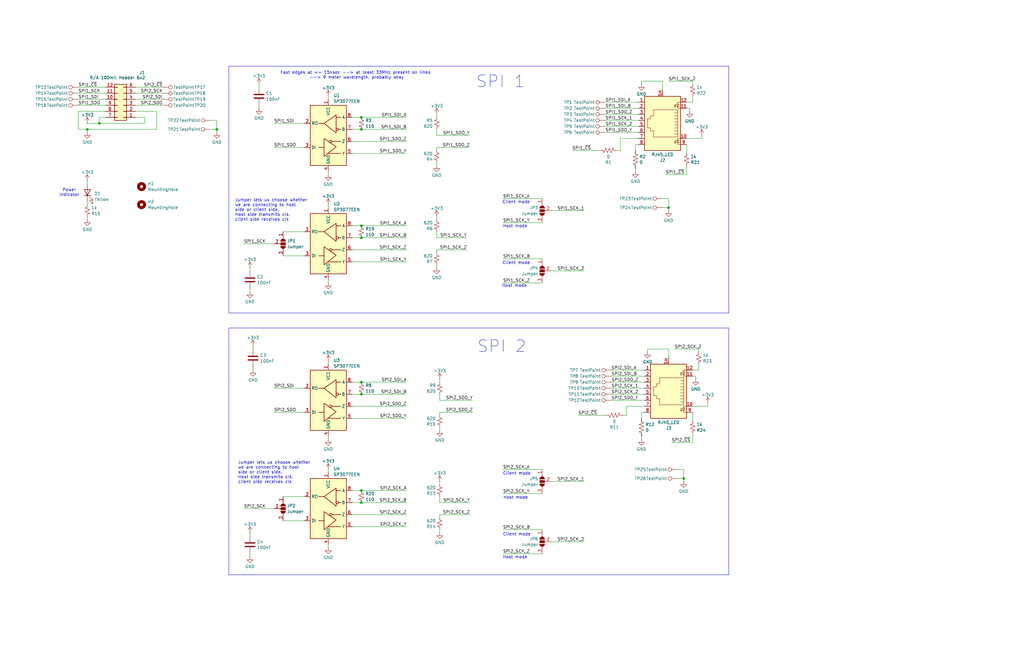
<source format=kicad_sch>
(kicad_sch (version 20231120) (generator "eeschema") (generator_version "8.0")
  (paper "B")
  (title_block (title "KASM Differential SPI Over Ethernet Board") (date "2024-07-16") (rev "1") (company "UC Observatories"))
  (lib_symbols
    (symbol "Connector:RJ45_LED_Shielded" (pin_names (offset 1.016))
      (property "Reference" "J" (at -5.08 13.97 0))
      (property "Value" "RJ45_LED_Shielded" (at 1.27 13.97 0))
      (symbol "RJ45_LED_Shielded_1_1"
        (pin passive line (at 10.16 -7.62 180) (length 2.54) (name "~") (number "1"))
        (pin passive line (at -10.16 7.62 0) (length 2.54) (name "~") (number "10"))
        (pin passive line (at -10.16 -5.08 0) (length 2.54) (name "~") (number "11"))
        (pin passive line (at -10.16 -7.62 0) (length 2.54) (name "~") (number "12"))
        (pin passive line (at 10.16 -5.08 180) (length 2.54) (name "~") (number "2"))
        (pin passive line (at 10.16 -2.54 180) (length 2.54) (name "~") (number "3"))
        (pin passive line (at 10.16 0 180) (length 2.54) (name "~") (number "4"))
        (pin passive line (at 10.16 2.54 180) (length 2.54) (name "~") (number "5"))
        (pin passive line (at 10.16 5.08 180) (length 2.54) (name "~") (number "6"))
        (pin passive line (at 10.16 7.62 180) (length 2.54) (name "~") (number "7"))
        (pin passive line (at 10.16 10.16 180) (length 2.54) (name "~") (number "8"))
        (pin passive line (at -10.16 10.16 0) (length 2.54) (name "~") (number "9"))
        (pin passive line (at 0 -12.7 90) (length 2.54) (name "~") (number "SH"))
      )
    )
    (symbol "Connector:TestPoint" (pin_numbers hide) (pin_names (offset 0.762) hide)
      (property "Reference" "TP" (at 0 6.858 0))
      (property "Value" "TestPoint" (at 0 5.08 0))
      (symbol "TestPoint_1_1"
        (pin passive line (at 0 0 90) (length 2.54) (name "1") (number "1"))
      )
    )
    (symbol "Connector_Generic:Conn_02x06_Top_Bottom" (pin_names (offset 1.016) hide)
      (property "Reference" "J" (at 1.27 7.62 0))
      (property "Value" "Conn_02x06_Top_Bottom" (at 1.27 -10.16 0))
      (symbol "Conn_02x06_Top_Bottom_1_1"
        (pin passive line (at -5.08 5.08 0) (length 3.81) (name "Pin_1") (number "1"))
        (pin passive line (at 7.62 -2.54 180) (length 3.81) (name "Pin_10") (number "10"))
        (pin passive line (at 7.62 -5.08 180) (length 3.81) (name "Pin_11") (number "11"))
        (pin passive line (at 7.62 -7.62 180) (length 3.81) (name "Pin_12") (number "12"))
        (pin passive line (at -5.08 2.54 0) (length 3.81) (name "Pin_2") (number "2"))
        (pin passive line (at -5.08 0 0) (length 3.81) (name "Pin_3") (number "3"))
        (pin passive line (at -5.08 -2.54 0) (length 3.81) (name "Pin_4") (number "4"))
        (pin passive line (at -5.08 -5.08 0) (length 3.81) (name "Pin_5") (number "5"))
        (pin passive line (at -5.08 -7.62 0) (length 3.81) (name "Pin_6") (number "6"))
        (pin passive line (at 7.62 5.08 180) (length 3.81) (name "Pin_7") (number "7"))
        (pin passive line (at 7.62 2.54 180) (length 3.81) (name "Pin_8") (number "8"))
        (pin passive line (at 7.62 0 180) (length 3.81) (name "Pin_9") (number "9"))
      )
    )
    (symbol "Device:C" (pin_numbers hide) (pin_names (offset 0.254))
      (property "Reference" "C" (at 0.635 2.54 0))
      (property "Value" "C" (at 0.635 -2.54 0))
      (symbol "C_1_1"
        (pin passive line (at 0 3.81 270) (length 2.794) (name "~") (number "1"))
        (pin passive line (at 0 -3.81 90) (length 2.794) (name "~") (number "2"))
      )
    )
    (symbol "Device:LED" (pin_numbers hide) (pin_names (offset 1.016) hide)
      (property "Reference" "D" (at 0 2.54 0))
      (property "Value" "LED" (at 0 -2.54 0))
      (symbol "LED_1_1"
        (pin passive line (at -3.81 0 0) (length 2.54) (name "K") (number "1"))
        (pin passive line (at 3.81 0 180) (length 2.54) (name "A") (number "2"))
      )
    )
    (symbol "Device:R_Small_US" (pin_numbers hide) (pin_names (offset 0.254) hide)
      (property "Reference" "R" (at 0.762 0.508 0))
      (property "Value" "R_Small_US" (at 0.762 -1.016 0))
      (symbol "R_Small_US_1_1"
        (pin passive line (at 0 2.54 270) (length 1.016) (name "~") (number "1"))
        (pin passive line (at 0 -2.54 90) (length 1.016) (name "~") (number "2"))
      )
    )
    (symbol "Device:R_US" (pin_numbers hide) (pin_names (offset 0))
      (property "Reference" "R" (at 2.54 0 90))
      (property "Value" "R_US" (at -2.54 0 90))
      (symbol "R_US_1_1"
        (pin passive line (at 0 3.81 270) (length 1.27) (name "~") (number "1"))
        (pin passive line (at 0 -3.81 90) (length 1.27) (name "~") (number "2"))
      )
    )
    (symbol "Jumper:SolderJumper_3_Open" (pin_names (offset 0) hide) (exclude_from_sim yes) (in_bom no)
      (property "Reference" "JP" (at -2.54 -2.54 0))
      (property "Value" "SolderJumper_3_Open" (at 0 2.794 0))
      (symbol "SolderJumper_3_Open_1_1"
        (pin passive line (at -5.08 0 0) (length 2.54) (name "A") (number "1"))
        (pin passive line (at 0 -3.81 90) (length 2.54) (name "C") (number "2"))
        (pin passive line (at 5.08 0 180) (length 2.54) (name "B") (number "3"))
      )
    )
    (symbol "Mechanical:MountingHole" (pin_names (offset 1.016)) (exclude_from_sim yes) (in_bom no)
      (property "Reference" "H" (at 0 5.08 0))
      (property "Value" "MountingHole" (at 0 3.175 0))
    )
    (symbol "components_2:SP307XEEN"
      (property "Reference" "U" (at -12.7 16.764 0))
      (property "Value" "SP307XEEN" (at -7.62 14.478 0))
      (symbol "SP307XEEN_1_1"
        (pin power_in line (at 0 15.24 270) (length 2.54) (name "VCC") (number "1"))
        (pin output line (at -10.16 5.08 0) (length 2.54) (name "RO") (number "2"))
        (pin input line (at -10.16 -5.08 0) (length 2.54) (name "DI") (number "3"))
        (pin power_in line (at 0 -15.24 90) (length 2.54) (name "GND") (number "4"))
        (pin output line (at 10.16 -7.62 180) (length 2.54) (name "Y") (number "5"))
        (pin output line (at 10.16 -2.54 180) (length 2.54) (name "Z") (number "6"))
        (pin input line (at 10.16 2.54 180) (length 2.54) (name "B") (number "7"))
        (pin input line (at 10.16 7.62 180) (length 2.54) (name "A") (number "8"))
      )
    )
    (symbol "power:+3V3" (power) (pin_numbers hide) (pin_names (offset 0) hide)
      (property "Value" "+3V3" (at 0 3.556 0))
      (symbol "+3V3_1_1"
        (pin power_in line (at 0 0 90) (length 0) (name "~") (number "1"))
      )
    )
    (symbol "power:GND" (power) (pin_numbers hide) (pin_names (offset 0) hide)
      (property "Value" "GND" (at 0 -3.81 0))
      (symbol "GND_1_1"
        (pin power_in line (at 0 0 270) (length 0) (name "~") (number "1"))
      )
    )
  )
  (junction (at 288.29 201.93))
  (junction (at 91.44 54.61))
  (junction (at 152.4 54.61))
  (junction (at 152.4 207.01))
  (junction (at 41.91 52.07))
  (junction (at 281.94 87.63))
  (junction (at 36.83 54.61))
  (junction (at 152.4 161.29))
  (junction (at 152.4 166.37))
  (junction (at 152.4 100.33))
  (junction (at 152.4 95.25))
  (junction (at 152.4 212.09))
  (junction (at 152.4 49.53))
  (wire (pts (xy 264.16 175.26) (xy 264.16 171.45)))
  (wire (pts (xy 267.97 60.96) (xy 267.97 63.5)))
  (wire (pts (xy 115.57 52.07) (xy 128.27 52.07)))
  (wire (pts (xy 185.42 173.99) (xy 185.42 175.26)))
  (wire (pts (xy 185.42 160.02) (xy 185.42 161.29)))
  (wire (pts (xy 262.89 175.26) (xy 264.16 175.26)))
  (wire (pts (xy 44.45 44.45) (xy 33.02 44.45)))
  (wire (pts (xy 138.43 86.36) (xy 138.43 87.63)))
  (wire (pts (xy 152.4 49.53) (xy 171.45 49.53)))
  (wire (pts (xy 212.09 93.98) (xy 228.6 93.98)))
  (wire (pts (xy 257.81 168.91) (xy 271.78 168.91)))
  (wire (pts (xy 294.64 156.21) (xy 292.1 156.21)))
  (wire (pts (xy 105.41 224.79) (xy 105.41 226.06)))
  (wire (pts (xy 106.68 156.21) (xy 106.68 154.94)))
  (wire (pts (xy 212.09 119.38) (xy 228.6 119.38)))
  (wire (pts (xy 292.1 186.69) (xy 283.21 186.69)))
  (wire (pts (xy 270.51 34.29) (xy 270.51 35.56)))
  (wire (pts (xy 184.15 91.44) (xy 184.15 92.71)))
  (wire (pts (xy 152.4 95.25) (xy 148.59 95.25)))
  (wire (pts (xy 138.43 185.42) (xy 138.43 184.15)))
  (wire (pts (xy 184.15 54.61) (xy 184.15 57.15)))
  (wire (pts (xy 246.38 114.3) (xy 232.41 114.3)))
  (wire (pts (xy 267.97 71.12) (xy 267.97 72.39)))
  (wire (pts (xy 171.45 110.49) (xy 148.59 110.49)))
  (wire (pts (xy 292.1 43.18) (xy 289.56 43.18)))
  (wire (pts (xy 295.91 57.15) (xy 295.91 58.42)))
  (wire (pts (xy 212.09 223.52) (xy 228.6 223.52)))
  (wire (pts (xy 148.59 59.69) (xy 171.45 59.69)))
  (wire (pts (xy 294.64 153.67) (xy 294.64 156.21)))
  (wire (pts (xy 138.43 198.12) (xy 138.43 199.39)))
  (wire (pts (xy 292.1 40.64) (xy 292.1 43.18)))
  (wire (pts (xy 185.42 217.17) (xy 185.42 218.44)))
  (wire (pts (xy 285.75 198.12) (xy 288.29 198.12)))
  (wire (pts (xy 185.42 166.37) (xy 185.42 168.91)))
  (wire (pts (xy 152.4 207.01) (xy 148.59 207.01)))
  (wire (pts (xy 289.56 45.72) (xy 290.83 45.72)))
  (wire (pts (xy 257.81 156.21) (xy 271.78 156.21)))
  (wire (pts (xy 212.09 233.68) (xy 228.6 233.68)))
  (wire (pts (xy 185.42 212.09) (xy 185.42 209.55)))
  (wire (pts (xy 196.85 105.41) (xy 184.15 105.41)))
  (wire (pts (xy 36.83 91.44) (xy 36.83 92.71)))
  (wire (pts (xy 285.75 201.93) (xy 288.29 201.93)))
  (wire (pts (xy 255.27 43.18) (xy 269.24 43.18)))
  (wire (pts (xy 292.1 158.75) (xy 293.37 158.75)))
  (wire (pts (xy 246.38 228.6) (xy 232.41 228.6)))
  (wire (pts (xy 57.15 39.37) (xy 68.58 39.37)))
  (wire (pts (xy 246.38 88.9) (xy 232.41 88.9)))
  (wire (pts (xy 257.81 161.29) (xy 271.78 161.29)))
  (wire (pts (xy 41.91 52.07) (xy 41.91 49.53)))
  (wire (pts (xy 255.27 53.34) (xy 269.24 53.34)))
  (wire (pts (xy 109.22 35.56) (xy 109.22 36.83)))
  (wire (pts (xy 171.45 207.01) (xy 152.4 207.01)))
  (wire (pts (xy 185.42 168.91) (xy 199.39 168.91)))
  (wire (pts (xy 148.59 212.09) (xy 152.4 212.09)))
  (wire (pts (xy 57.15 36.83) (xy 68.58 36.83)))
  (wire (pts (xy 148.59 161.29) (xy 152.4 161.29)))
  (wire (pts (xy 152.4 161.29) (xy 171.45 161.29)))
  (wire (pts (xy 148.59 166.37) (xy 152.4 166.37)))
  (wire (pts (xy 66.04 46.99) (xy 66.04 54.61)))
  (wire (pts (xy 57.15 49.53) (xy 60.96 49.53)))
  (wire (pts (xy 109.22 45.72) (xy 109.22 44.45)))
  (wire (pts (xy 106.68 146.05) (xy 106.68 147.32)))
  (wire (pts (xy 88.9 54.61) (xy 91.44 54.61)))
  (wire (pts (xy 212.09 208.28) (xy 228.6 208.28)))
  (wire (pts (xy 184.15 105.41) (xy 184.15 106.68)))
  (wire (pts (xy 60.96 49.53) (xy 60.96 52.07)))
  (wire (pts (xy 102.87 214.63) (xy 115.57 214.63)))
  (wire (pts (xy 91.44 54.61) (xy 91.44 55.88)))
  (wire (pts (xy 91.44 50.8) (xy 91.44 54.61)))
  (wire (pts (xy 105.41 234.95) (xy 105.41 233.68)))
  (wire (pts (xy 184.15 100.33) (xy 184.15 97.79)))
  (wire (pts (xy 257.81 163.83) (xy 271.78 163.83)))
  (wire (pts (xy 270.51 173.99) (xy 270.51 176.53)))
  (wire (pts (xy 44.45 46.99) (xy 33.02 46.99)))
  (wire (pts (xy 36.83 54.61) (xy 36.83 55.88)))
  (wire (pts (xy 261.62 63.5) (xy 261.62 58.42)))
  (wire (pts (xy 289.56 58.42) (xy 295.91 58.42)))
  (wire (pts (xy 290.83 45.72) (xy 290.83 46.99)))
  (wire (pts (xy 294.64 147.32) (xy 294.64 148.59)))
  (wire (pts (xy 33.02 46.99) (xy 33.02 54.61)))
  (wire (pts (xy 281.94 34.29) (xy 292.1 34.29)))
  (wire (pts (xy 184.15 62.23) (xy 184.15 63.5)))
  (wire (pts (xy 36.83 54.61) (xy 33.02 54.61)))
  (wire (pts (xy 270.51 184.15) (xy 270.51 185.42)))
  (wire (pts (xy 36.83 86.36) (xy 36.83 85.09)))
  (wire (pts (xy 281.94 87.63) (xy 281.94 88.9)))
  (wire (pts (xy 261.62 58.42) (xy 269.24 58.42)))
  (wire (pts (xy 66.04 54.61) (xy 36.83 54.61)))
  (wire (pts (xy 212.09 198.12) (xy 228.6 198.12)))
  (wire (pts (xy 148.59 171.45) (xy 171.45 171.45)))
  (wire (pts (xy 102.87 102.87) (xy 115.57 102.87)))
  (wire (pts (xy 115.57 173.99) (xy 128.27 173.99)))
  (wire (pts (xy 252.73 63.5) (xy 241.3 63.5)))
  (wire (pts (xy 288.29 198.12) (xy 288.29 201.93)))
  (wire (pts (xy 255.27 55.88) (xy 269.24 55.88)))
  (wire (pts (xy 298.45 170.18) (xy 298.45 171.45)))
  (wire (pts (xy 292.1 182.88) (xy 292.1 186.69)))
  (wire (pts (xy 138.43 231.14) (xy 138.43 229.87)))
  (wire (pts (xy 270.51 34.29) (xy 279.4 34.29)))
  (wire (pts (xy 279.4 83.82) (xy 281.94 83.82)))
  (wire (pts (xy 105.41 113.03) (xy 105.41 114.3)))
  (wire (pts (xy 257.81 166.37) (xy 271.78 166.37)))
  (wire (pts (xy 281.94 83.82) (xy 281.94 87.63)))
  (wire (pts (xy 171.45 217.17) (xy 148.59 217.17)))
  (wire (pts (xy 171.45 105.41) (xy 148.59 105.41)))
  (wire (pts (xy 148.59 64.77) (xy 171.45 64.77)))
  (wire (pts (xy 115.57 62.23) (xy 128.27 62.23)))
  (wire (pts (xy 196.85 100.33) (xy 184.15 100.33)))
  (wire (pts (xy 279.4 87.63) (xy 281.94 87.63)))
  (wire (pts (xy 152.4 212.09) (xy 171.45 212.09)))
  (wire (pts (xy 198.12 62.23) (xy 184.15 62.23)))
  (wire (pts (xy 185.42 203.2) (xy 185.42 204.47)))
  (wire (pts (xy 212.09 109.22) (xy 228.6 109.22)))
  (wire (pts (xy 57.15 44.45) (xy 68.58 44.45)))
  (wire (pts (xy 255.27 175.26) (xy 243.84 175.26)))
  (wire (pts (xy 152.4 166.37) (xy 171.45 166.37)))
  (wire (pts (xy 171.45 100.33) (xy 152.4 100.33)))
  (wire (pts (xy 257.81 158.75) (xy 271.78 158.75)))
  (wire (pts (xy 246.38 203.2) (xy 232.41 203.2)))
  (wire (pts (xy 148.59 54.61) (xy 152.4 54.61)))
  (wire (pts (xy 198.12 217.17) (xy 185.42 217.17)))
  (wire (pts (xy 271.78 173.99) (xy 270.51 173.99)))
  (wire (pts (xy 184.15 69.85) (xy 184.15 68.58)))
  (wire (pts (xy 198.12 212.09) (xy 185.42 212.09)))
  (wire (pts (xy 292.1 177.8) (xy 292.1 173.99)))
  (wire (pts (xy 184.15 48.26) (xy 184.15 49.53)))
  (wire (pts (xy 284.48 147.32) (xy 294.64 147.32)))
  (wire (pts (xy 255.27 48.26) (xy 269.24 48.26)))
  (wire (pts (xy 199.39 173.99) (xy 185.42 173.99)))
  (wire (pts (xy 148.59 49.53) (xy 152.4 49.53)))
  (wire (pts (xy 279.4 34.29) (xy 279.4 38.1)))
  (wire (pts (xy 44.45 39.37) (xy 33.02 39.37)))
  (wire (pts (xy 289.56 69.85) (xy 289.56 73.66)))
  (wire (pts (xy 115.57 163.83) (xy 128.27 163.83)))
  (wire (pts (xy 289.56 73.66) (xy 280.67 73.66)))
  (wire (pts (xy 119.38 97.79) (xy 128.27 97.79)))
  (wire (pts (xy 41.91 49.53) (xy 44.45 49.53)))
  (wire (pts (xy 60.96 52.07) (xy 41.91 52.07)))
  (wire (pts (xy 44.45 41.91) (xy 33.02 41.91)))
  (wire (pts (xy 264.16 171.45) (xy 271.78 171.45)))
  (wire (pts (xy 273.05 147.32) (xy 273.05 148.59)))
  (wire (pts (xy 36.83 76.2) (xy 36.83 77.47)))
  (wire (pts (xy 119.38 219.71) (xy 128.27 219.71)))
  (wire (pts (xy 152.4 100.33) (xy 148.59 100.33)))
  (wire (pts (xy 57.15 41.91) (xy 68.58 41.91)))
  (wire (pts (xy 260.35 63.5) (xy 261.62 63.5)))
  (wire (pts (xy 119.38 107.95) (xy 128.27 107.95)))
  (wire (pts (xy 171.45 222.25) (xy 148.59 222.25)))
  (wire (pts (xy 273.05 147.32) (xy 281.94 147.32)))
  (wire (pts (xy 184.15 113.03) (xy 184.15 111.76)))
  (wire (pts (xy 57.15 46.99) (xy 66.04 46.99)))
  (wire (pts (xy 269.24 60.96) (xy 267.97 60.96)))
  (wire (pts (xy 281.94 147.32) (xy 281.94 151.13)))
  (wire (pts (xy 184.15 57.15) (xy 198.12 57.15)))
  (wire (pts (xy 288.29 201.93) (xy 288.29 203.2)))
  (wire (pts (xy 212.09 83.82) (xy 228.6 83.82)))
  (wire (pts (xy 292.1 171.45) (xy 298.45 171.45)))
  (wire (pts (xy 292.1 34.29) (xy 292.1 35.56)))
  (wire (pts (xy 138.43 119.38) (xy 138.43 118.11)))
  (wire (pts (xy 171.45 95.25) (xy 152.4 95.25)))
  (wire (pts (xy 138.43 152.4) (xy 138.43 153.67)))
  (wire (pts (xy 41.91 52.07) (xy 36.83 52.07)))
  (wire (pts (xy 88.9 50.8) (xy 91.44 50.8)))
  (wire (pts (xy 255.27 45.72) (xy 269.24 45.72)))
  (wire (pts (xy 293.37 158.75) (xy 293.37 160.02)))
  (wire (pts (xy 255.27 50.8) (xy 269.24 50.8)))
  (wire (pts (xy 138.43 73.66) (xy 138.43 72.39)))
  (wire (pts (xy 185.42 224.79) (xy 185.42 223.52)))
  (wire (pts (xy 119.38 209.55) (xy 128.27 209.55)))
  (wire (pts (xy 105.41 123.19) (xy 105.41 121.92)))
  (wire (pts (xy 44.45 36.83) (xy 33.02 36.83)))
  (wire (pts (xy 138.43 40.64) (xy 138.43 41.91)))
  (wire (pts (xy 152.4 54.61) (xy 171.45 54.61)))
  (wire (pts (xy 148.59 176.53) (xy 171.45 176.53)))
  (wire (pts (xy 185.42 181.61) (xy 185.42 180.34)))
  (wire (pts (xy 289.56 64.77) (xy 289.56 60.96)))
  (rectangle (start 96.52 138.43) (end 307.34 242.57))
  (rectangle (start 96.52 27.94) (end 307.34 132.08))
  (text "SPI 1" (at 211.074 34.544 0) (effects (font (size 5 5))))
  (text "SPI 2\n" (at 211.582 146.304 0) (effects (font (size 5 5))))
  (text "Client mode" (at 217.678 110.998 0) (effects (font (size 1.27 1.27))))
  (text "Host mode" (at 217.17 235.204 0) (effects (font (size 1.27 1.27))))
  (text "Client mode" (at 217.678 85.344 0) (effects (font (size 1.27 1.27))))
  (text "Client mode" (at 217.932 225.552 0) (effects (font (size 1.27 1.27))))
  (text "Fast edges at <= 15nsec --> at least 33MHz present on lines \n--> 9 meter wavelength, probably okay" (at 150.368 31.75 0) (effects (font (size 1.27 1.27))))
  (text "Power\nIndicator" (at 29.21 81.28 0) (effects (font (size 1.27 1.27))))
  (text "Host mode" (at 217.17 95.504 0) (effects (font (size 1.27 1.27))))
  (text "Jumper lets us choose whether\nwe are connecting to host \nside or client side.  \nHost side transmits clk, \nclient side receives clk" (at 99.06 88.646 0) (effects (font (size 1.27 1.27)) (justify left)))
  (text "Client mode" (at 217.932 199.898 0) (effects (font (size 1.27 1.27))))
  (text "Host mode" (at 216.916 120.65 0) (effects (font (size 1.27 1.27))))
  (text "Host mode" (at 217.424 210.058 0) (effects (font (size 1.27 1.27))))
  (text "Jumper lets us choose whether\nwe are connecting to host \nside or client side.  \nHost side transmits clk, \nclient side receives clk" (at 100.33 199.39 0) (effects (font (size 1.27 1.27)) (justify left)))
  (label "SPI1_SDI_A" (at 255.27 43.18 0))
  (label "SPI1_SDO_Z" (at 198.12 62.23 180))
  (label "SPI2_SDI" (at 115.57 163.83 0))
  (label "SPI2_SDI_A" (at 171.45 161.29 180))
  (label "SPI2_SDO_Z" (at 171.45 171.45 180))
  (label "SPI1_SDI" (at 33.02 41.91 0))
  (label "SPI2_SCK_Z" (at 198.12 217.17 180))
  (label "SPI2_SDO_Z" (at 199.39 173.99 180))
  (label "SPI2_SCK_Y" (at 212.09 208.28 0))
  (label "SPI2_SDO_Z" (at 257.81 161.29 0))
  (label "SPI2_SDI_B" (at 171.45 166.37 180))
  (label "SPI1_SCK_Z" (at 196.85 105.41 180))
  (label "SPI2_SCK" (at 102.87 214.63 0))
  (label "SPI2_SDO_Y" (at 171.45 176.53 180))
  (label "SPI2_SDI" (at 68.58 41.91 180))
  (label "SPI2_SDI_A" (at 257.81 156.21 0))
  (label "SPI2_SCK_B" (at 212.09 223.52 0))
  (label "SPI1_SDO_Y" (at 171.45 64.77 180))
  (label "SPI1_SCK_1" (at 255.27 50.8 0))
  (label "SPI1_SDO_Y" (at 255.27 55.88 0))
  (label "SPI1_~{CS}" (at 280.67 73.66 0))
  (label "SPI1_SCK_1" (at 246.38 88.9 180))
  (label "SPI1_SDI_B" (at 255.27 45.72 0))
  (label "SPI1_SCK_2" (at 281.94 34.29 0))
  (label "SPI2_SCK_2" (at 246.38 228.6 180))
  (label "SPI2_~{CS}" (at 283.21 186.69 0))
  (label "SPI2_SDO" (at 68.58 44.45 180))
  (label "SPI1_SDI" (at 115.57 52.07 0))
  (label "SPI2_SCK_A" (at 212.09 198.12 0))
  (label "SPI1_SCK" (at 33.02 39.37 0))
  (label "SPI1_~{CS}" (at 33.02 36.83 0))
  (label "SPI1_SCK_A" (at 171.45 95.25 180))
  (label "SPI1_SDI_B" (at 171.45 54.61 180))
  (label "SPI2_SCK_Z" (at 212.09 233.68 0))
  (label "SPI2_~{CS}" (at 68.58 36.83 180))
  (label "SPI1_SDO" (at 115.57 62.23 0))
  (label "SPI1_SCK_Y" (at 196.85 100.33 180))
  (label "SPI1_SCK_A" (at 212.09 83.82 0))
  (label "SPI1_SCK_B" (at 171.45 100.33 180))
  (label "SPI2_SCK_Y" (at 171.45 222.25 180))
  (label "SPI2_SCK_Y" (at 198.12 212.09 180))
  (label "SPI1_SDO" (at 33.02 44.45 0))
  (label "SPI1_SCK_2" (at 255.27 53.34 0))
  (label "SPI1_SDO_Z" (at 171.45 59.69 180))
  (label "SPI2_SCK_1" (at 257.81 163.83 0))
  (label "SPI1_SCK" (at 102.87 102.87 0))
  (label "SPI2_SDI_B" (at 257.81 158.75 0))
  (label "SPI1_SCK_2" (at 246.38 114.3 180))
  (label "SPI1_SCK_Y" (at 171.45 110.49 180))
  (label "SPI2_SCK_1" (at 246.38 203.2 180))
  (label "SPI1_SCK_Y" (at 212.09 93.98 0))
  (label "SPI1_~{CS}" (at 241.3 63.5 0))
  (label "SPI2_SCK_2" (at 257.81 166.37 0))
  (label "SPI2_SCK" (at 68.58 39.37 180))
  (label "SPI1_SDO_Y" (at 198.12 57.15 180))
  (label "SPI2_~{CS}" (at 243.84 175.26 0))
  (label "SPI1_SDI_A" (at 171.45 49.53 180))
  (label "SPI2_SCK_A" (at 171.45 207.01 180))
  (label "SPI1_SDO_Z" (at 255.27 48.26 0))
  (label "SPI1_SCK_Z" (at 171.45 105.41 180))
  (label "SPI2_SDO_Y" (at 257.81 168.91 0))
  (label "SPI1_SCK_B" (at 212.09 109.22 0))
  (label "SPI2_SDO_Y" (at 199.39 168.91 180))
  (label "SPI2_SDO" (at 115.57 173.99 0))
  (label "SPI2_SCK_2" (at 284.48 147.32 0))
  (label "SPI1_SCK_Z" (at 212.09 119.38 0))
  (label "SPI2_SCK_Z" (at 171.45 217.17 180))
  (label "SPI2_SCK_B" (at 171.45 212.09 180))
  (symbol (lib_id "power:+3V3") (at 105.41 224.79 0) (unit 1)
    (property "Reference" "#PWR031" (effects (hide yes)))
    (property "Value" "+3V3" (at 105.41 221.234 0))
    (property "Description" "Power symbol creates a global label with name \"+3V3\"" (effects (hide yes)))
  )
  (symbol (lib_id "Connector:TestPoint") (at 257.81 168.91 90) (unit 1)
    (property "Reference" "TP12" (at 242.062 168.91 90))
    (property "Value" "TestPoint" (at 248.92 168.91 90))
    (property "Footprint" "Connector_PinHeader_1.00mm:PinHeader_1x01_P1.00mm_Vertical" (effects (hide yes)))
    (property "Description" "test point" (effects (hide yes)))
  )
  (symbol (lib_id "Connector:TestPoint") (at 285.75 201.93 90) (unit 1)
    (property "Reference" "TP26" (at 270.002 201.93 90))
    (property "Value" "TestPoint" (at 276.86 201.93 90))
    (property "Footprint" "Connector_PinHeader_1.00mm:PinHeader_1x01_P1.00mm_Vertical" (effects (hide yes)))
    (property "Description" "test point" (effects (hide yes)))
  )
  (symbol (lib_id "Device:R_Small_US") (at 185.42 163.83 0) (mirror x) (unit 1)
    (property "Reference" "R9" (at 183.7691 162.6178 0) (effects (justify right)))
    (property "Value" "620" (at 183.7691 165.0421 0) (effects (justify right)))
    (property "Footprint" "Resistor_SMD:R_0603_1608Metric" (effects (hide yes)))
    (property "Description" "Resistor, small US symbol" (effects (hide yes)))
    (property "LCSC" "C23220" (effects (hide yes)))
  )
  (symbol (lib_id "Connector:RJ45_LED_Shielded") (at 279.4 50.8 180) (unit 1)
    (property "Reference" "J2" (at 279.4 67.6445 0))
    (property "Value" "RJ45_LED" (at 279.4 65.2202 0))
    (property "Footprint" "Connector_RJ:RJ45_Connfly_DS1128-09-S8xx-S_Horizontal" (effects (hide yes)))
    (property "Description" "RJ connector, 8P8C (8 positions 8 connected), two LEDs, Shielded" (effects (hide yes)))
    (property "LCSC" "C86578" (effects (hide yes)))
  )
  (symbol (lib_id "power:GND") (at 288.29 203.2 0) (mirror y) (unit 1)
    (property "Reference" "#PWR039" (effects (hide yes)))
    (property "Value" "GND" (at 288.29 207.3331 0))
    (property "Description" "Power symbol creates a global label with name \"GND\" , ground" (effects (hide yes)))
  )
  (symbol (lib_id "Jumper:SolderJumper_3_Open") (at 228.6 228.6 90) (mirror x) (unit 1) (exclude_from_sim yes) (in_bom no)
    (property "Reference" "JP6" (at 226.949 227.3878 90) (effects (justify left)))
    (property "Value" "Jumper" (at 226.949 229.8121 90) (effects (justify left)))
    (property "Footprint" "Jumper:SolderJumper-3_P1.3mm_Open_Pad1.0x1.5mm" (effects (hide yes)))
    (property "Description" "Solder Jumper, 3-pole, open" (effects (hide yes)))
  )
  (symbol (lib_id "Jumper:SolderJumper_3_Open") (at 228.6 203.2 90) (mirror x) (unit 1) (exclude_from_sim yes) (in_bom no)
    (property "Reference" "JP5" (at 226.949 201.9878 90) (effects (justify left)))
    (property "Value" "Jumper" (at 226.949 204.4121 90) (effects (justify left)))
    (property "Footprint" "Jumper:SolderJumper-3_P1.3mm_Open_Pad1.0x1.5mm" (effects (hide yes)))
    (property "Description" "Solder Jumper, 3-pole, open" (effects (hide yes)))
  )
  (symbol (lib_id "Connector:TestPoint") (at 68.58 39.37 270) (mirror x) (unit 1)
    (property "Reference" "TP18" (at 84.328 39.37 90))
    (property "Value" "TestPoint" (at 77.47 39.37 90))
    (property "Footprint" "Connector_PinHeader_1.00mm:PinHeader_1x01_P1.00mm_Vertical" (effects (hide yes)))
    (property "Description" "test point" (effects (hide yes)))
  )
  (symbol (lib_id "Connector:TestPoint") (at 279.4 83.82 90) (unit 1)
    (property "Reference" "TP23" (at 263.652 83.82 90))
    (property "Value" "TestPoint" (at 270.51 83.82 90))
    (property "Footprint" "Connector_PinHeader_1.00mm:PinHeader_1x01_P1.00mm_Vertical" (effects (hide yes)))
    (property "Description" "test point" (effects (hide yes)))
  )
  (symbol (lib_id "power:+3V3") (at 138.43 152.4 0) (unit 1)
    (property "Reference" "#PWR012" (effects (hide yes)))
    (property "Value" "+3V3" (at 138.43 148.844 0))
    (property "Description" "Power symbol creates a global label with name \"+3V3\"" (effects (hide yes)))
  )
  (symbol (lib_id "power:+3V3") (at 185.42 160.02 0) (unit 1)
    (property "Reference" "#PWR013" (effects (hide yes)))
    (property "Value" "+3V3" (at 185.42 156.464 0))
    (property "Description" "Power symbol creates a global label with name \"+3V3\"" (effects (hide yes)))
  )
  (symbol (lib_id "power:GND") (at 185.42 181.61 0) (unit 1)
    (property "Reference" "#PWR014" (effects (hide yes)))
    (property "Value" "GND" (at 185.42 185.7431 0))
    (property "Description" "Power symbol creates a global label with name \"GND\" , ground" (effects (hide yes)))
  )
  (symbol (lib_id "Device:C") (at 105.41 118.11 0) (unit 1)
    (property "Reference" "C2" (at 108.331 116.8978 0) (effects (justify left)))
    (property "Value" "100nF" (at 108.331 119.3221 0) (effects (justify left)))
    (property "Footprint" "Capacitor_SMD:C_0603_1608Metric" (effects (hide yes)))
    (property "Description" "Unpolarized capacitor" (effects (hide yes)))
    (property "LCSC" "C14663" (effects (hide yes)))
  )
  (symbol (lib_id "power:+3V3") (at 36.83 76.2 0) (mirror y) (unit 1)
    (property "Reference" "#PWR035" (effects (hide yes)))
    (property "Value" "+3V3" (at 36.83 72.644 0))
    (property "Description" "Power symbol creates a global label with name \"+3V3\"" (effects (hide yes)))
  )
  (symbol (lib_id "Device:C") (at 106.68 151.13 0) (unit 1)
    (property "Reference" "C3" (at 109.601 149.9178 0) (effects (justify left)))
    (property "Value" "100nF" (at 109.601 152.3421 0) (effects (justify left)))
    (property "Footprint" "Capacitor_SMD:C_0603_1608Metric" (effects (hide yes)))
    (property "Description" "Unpolarized capacitor" (effects (hide yes)))
    (property "LCSC" "C14663" (effects (hide yes)))
  )
  (symbol (lib_id "Jumper:SolderJumper_3_Open") (at 119.38 102.87 270) (unit 1) (exclude_from_sim yes) (in_bom no)
    (property "Reference" "JP1" (at 121.031 101.6578 90) (effects (justify left)))
    (property "Value" "Jumper" (at 121.031 104.0821 90) (effects (justify left)))
    (property "Footprint" "Jumper:SolderJumper-3_P1.3mm_Open_Pad1.0x1.5mm" (effects (hide yes)))
    (property "Description" "Solder Jumper, 3-pole, open" (effects (hide yes)))
  )
  (symbol (lib_id "Connector:TestPoint") (at 255.27 43.18 90) (unit 1)
    (property "Reference" "TP1" (at 239.522 43.18 90))
    (property "Value" "TestPoint" (at 246.38 43.18 90))
    (property "Footprint" "Connector_PinHeader_1.00mm:PinHeader_1x01_P1.00mm_Vertical" (effects (hide yes)))
    (property "Description" "test point" (effects (hide yes)))
  )
  (symbol (lib_id "power:GND") (at 270.51 35.56 0) (unit 1)
    (property "Reference" "#PWR033" (effects (hide yes)))
    (property "Value" "GND" (at 270.51 39.6931 0))
    (property "Description" "Power symbol creates a global label with name \"GND\" , ground" (effects (hide yes)))
  )
  (symbol (lib_id "Mechanical:MountingHole") (at 59.69 78.74 0) (unit 1) (exclude_from_sim yes) (in_bom no)
    (property "Reference" "H1" (at 62.23 77.5278 0) (effects (justify left)))
    (property "Value" "MountingHole" (at 62.23 79.9521 0) (effects (justify left)))
    (property "Footprint" "MountingHole:MountingHole_3.2mm_M3" (effects (hide yes)))
    (property "Description" "Mounting Hole without connection" (effects (hide yes)))
  )
  (symbol (lib_id "Jumper:SolderJumper_3_Open") (at 228.6 88.9 90) (mirror x) (unit 1) (exclude_from_sim yes) (in_bom no)
    (property "Reference" "JP3" (at 226.949 87.6878 90) (effects (justify left)))
    (property "Value" "Jumper" (at 226.949 90.1121 90) (effects (justify left)))
    (property "Footprint" "Jumper:SolderJumper-3_P1.3mm_Open_Pad1.0x1.5mm" (effects (hide yes)))
    (property "Description" "Solder Jumper, 3-pole, open" (effects (hide yes)))
  )
  (symbol (lib_id "Device:R_Small_US") (at 184.15 66.04 180) (unit 1)
    (property "Reference" "R4" (at 182.499 67.2522 0) (effects (justify left)))
    (property "Value" "620" (at 182.499 64.8279 0) (effects (justify left)))
    (property "Footprint" "Resistor_SMD:R_0603_1608Metric" (effects (hide yes)))
    (property "Description" "Resistor, small US symbol" (effects (hide yes)))
    (property "LCSC" "C23220" (effects (hide yes)))
  )
  (symbol (lib_id "power:GND") (at 138.43 231.14 0) (unit 1)
    (property "Reference" "#PWR020" (effects (hide yes)))
    (property "Value" "GND" (at 138.43 235.2731 0))
    (property "Description" "Power symbol creates a global label with name \"GND\" , ground" (effects (hide yes)))
  )
  (symbol (lib_id "Connector:TestPoint") (at 33.02 44.45 90) (unit 1)
    (property "Reference" "TP16" (at 17.272 44.45 90))
    (property "Value" "TestPoint" (at 24.13 44.45 90))
    (property "Footprint" "Connector_PinHeader_1.00mm:PinHeader_1x01_P1.00mm_Vertical" (effects (hide yes)))
    (property "Description" "test point" (effects (hide yes)))
  )
  (symbol (lib_id "Device:R_US") (at 256.54 63.5 270) (mirror x) (unit 1)
    (property "Reference" "R1" (at 256.54 68.5335 90))
    (property "Value" "0" (at 256.54 66.1092 90))
    (property "Footprint" "Resistor_SMD:R_0603_1608Metric" (effects (hide yes)))
    (property "Description" "Resistor, US symbol" (effects (hide yes)))
    (property "LCSC" "C21189" (effects (hide yes)))
  )
  (symbol (lib_id "Connector:TestPoint") (at 279.4 87.63 90) (unit 1)
    (property "Reference" "TP24" (at 263.652 87.63 90))
    (property "Value" "TestPoint" (at 270.51 87.63 90))
    (property "Footprint" "Connector_PinHeader_1.00mm:PinHeader_1x01_P1.00mm_Vertical" (effects (hide yes)))
    (property "Description" "test point" (effects (hide yes)))
  )
  (symbol (lib_id "Connector:RJ45_LED_Shielded") (at 281.94 163.83 180) (unit 1)
    (property "Reference" "J3" (at 281.94 180.6745 0))
    (property "Value" "RJ45_LED" (at 281.94 178.2502 0))
    (property "Footprint" "Connector_RJ:RJ45_Connfly_DS1128-09-S8xx-S_Horizontal" (effects (hide yes)))
    (property "Description" "RJ connector, 8P8C (8 positions 8 connected), two LEDs, Shielded" (effects (hide yes)))
    (property "LCSC" "C86578" (effects (hide yes)))
  )
  (symbol (lib_id "Device:R_Small_US") (at 36.83 88.9 0) (mirror x) (unit 1)
    (property "Reference" "R15" (at 38.481 90.1122 0) (effects (justify left)))
    (property "Value" "1k" (at 38.481 87.6879 0) (effects (justify left)))
    (property "Footprint" "Resistor_SMD:R_0603_1608Metric" (effects (hide yes)))
    (property "Description" "Resistor, small US symbol" (effects (hide yes)))
    (property "LCSC" "C21190" (effects (hide yes)))
  )
  (symbol (lib_id "Device:R_Small_US") (at 292.1 180.34 0) (mirror x) (unit 1)
    (property "Reference" "R24" (at 293.751 181.5522 0) (effects (justify left)))
    (property "Value" "1k" (at 293.751 179.1279 0) (effects (justify left)))
    (property "Footprint" "Resistor_SMD:R_0603_1608Metric" (effects (hide yes)))
    (property "Description" "Resistor, small US symbol" (effects (hide yes)))
    (property "LCSC" "C21190" (effects (hide yes)))
  )
  (symbol (lib_id "power:+3V3") (at 184.15 48.26 0) (unit 1)
    (property "Reference" "#PWR08" (effects (hide yes)))
    (property "Value" "+3V3" (at 184.15 44.704 0))
    (property "Description" "Power symbol creates a global label with name \"+3V3\"" (effects (hide yes)))
  )
  (symbol (lib_id "Device:R_US") (at 270.51 180.34 180) (unit 1)
    (property "Reference" "R12" (at 272.161 179.1278 0) (effects (justify right)))
    (property "Value" "0" (at 272.161 181.5521 0) (effects (justify right)))
    (property "Footprint" "Resistor_SMD:R_0603_1608Metric" (effects (hide yes)))
    (property "Description" "Resistor, US symbol" (effects (hide yes)))
    (property "LCSC" "C21189" (effects (hide yes)))
  )
  (symbol (lib_id "Connector:TestPoint") (at 255.27 53.34 90) (unit 1)
    (property "Reference" "TP5" (at 239.522 53.34 90))
    (property "Value" "TestPoint" (at 246.38 53.34 90))
    (property "Footprint" "Connector_PinHeader_1.00mm:PinHeader_1x01_P1.00mm_Vertical" (effects (hide yes)))
    (property "Description" "test point" (effects (hide yes)))
  )
  (symbol (lib_id "power:+3V3") (at 109.22 35.56 0) (unit 1)
    (property "Reference" "#PWR021" (effects (hide yes)))
    (property "Value" "+3V3" (at 109.22 32.004 0))
    (property "Description" "Power symbol creates a global label with name \"+3V3\"" (effects (hide yes)))
  )
  (symbol (lib_id "components_2:SP307XEEN") (at 138.43 57.15 0) (unit 1)
    (property "Reference" "U1" (at 140.6241 40.3055 0) (effects (justify left)))
    (property "Value" "SP3077EEN" (at 140.6241 42.7298 0) (effects (justify left)))
    (property "Footprint" "Package_SO:SOIC-8_3.9x4.9mm_P1.27mm" (effects (hide yes)))
    (property "LCSC" "C916162" (effects (hide yes)))
  )
  (symbol (lib_id "power:+3V3") (at 105.41 113.03 0) (unit 1)
    (property "Reference" "#PWR023" (effects (hide yes)))
    (property "Value" "+3V3" (at 105.41 109.474 0))
    (property "Description" "Power symbol creates a global label with name \"+3V3\"" (effects (hide yes)))
  )
  (symbol (lib_id "power:GND") (at 36.83 55.88 0) (mirror y) (unit 1)
    (property "Reference" "#PWR02" (effects (hide yes)))
    (property "Value" "GND" (at 36.83 60.0131 0))
    (property "Description" "Power symbol creates a global label with name \"GND\" , ground" (effects (hide yes)))
  )
  (symbol (lib_id "Device:R_Small_US") (at 152.4 163.83 0) (unit 1)
    (property "Reference" "R8" (at 154.051 162.6178 0) (effects (justify left)))
    (property "Value" "110" (at 154.051 165.0421 0) (effects (justify left)))
    (property "Footprint" "Resistor_SMD:R_0603_1608Metric" (effects (hide yes)))
    (property "Description" "Resistor, small US symbol" (effects (hide yes)))
    (property "LCSC" "C22781" (effects (hide yes)))
  )
  (symbol (lib_id "components_2:SP307XEEN") (at 138.43 102.87 0) (unit 1)
    (property "Reference" "U2" (at 140.6241 86.0255 0) (effects (justify left)))
    (property "Value" "SP3077EEN" (at 140.6241 88.4498 0) (effects (justify left)))
    (property "Footprint" "Package_SO:SOIC-8_3.9x4.9mm_P1.27mm" (effects (hide yes)))
    (property "LCSC" "C916162" (effects (hide yes)))
  )
  (symbol (lib_id "Device:R_US") (at 267.97 67.31 180) (unit 1)
    (property "Reference" "R2" (at 269.621 66.0978 0) (effects (justify right)))
    (property "Value" "0" (at 269.621 68.5221 0) (effects (justify right)))
    (property "Footprint" "Resistor_SMD:R_0603_1608Metric" (effects (hide yes)))
    (property "Description" "Resistor, US symbol" (effects (hide yes)))
    (property "LCSC" "C21189" (effects (hide yes)))
  )
  (symbol (lib_id "power:+3V3") (at 106.68 146.05 0) (unit 1)
    (property "Reference" "#PWR029" (effects (hide yes)))
    (property "Value" "+3V3" (at 106.68 142.494 0))
    (property "Description" "Power symbol creates a global label with name \"+3V3\"" (effects (hide yes)))
  )
  (symbol (lib_id "components_2:SP307XEEN") (at 138.43 168.91 0) (unit 1)
    (property "Reference" "U3" (at 140.6241 152.0655 0) (effects (justify left)))
    (property "Value" "SP3077EEN" (at 140.6241 154.4898 0) (effects (justify left)))
    (property "Footprint" "Package_SO:SOIC-8_3.9x4.9mm_P1.27mm" (effects (hide yes)))
    (property "LCSC" "C916162" (effects (hide yes)))
  )
  (symbol (lib_id "Device:R_Small_US") (at 184.15 109.22 180) (unit 1)
    (property "Reference" "R7" (at 182.499 110.4322 0) (effects (justify left)))
    (property "Value" "620" (at 182.499 108.0079 0) (effects (justify left)))
    (property "Footprint" "Resistor_SMD:R_0603_1608Metric" (effects (hide yes)))
    (property "Description" "Resistor, small US symbol" (effects (hide yes)))
    (property "LCSC" "C23220" (effects (hide yes)))
  )
  (symbol (lib_id "power:+3V3") (at 36.83 52.07 0) (mirror y) (unit 1)
    (property "Reference" "#PWR03" (effects (hide yes)))
    (property "Value" "+3V3" (at 36.83 48.514 0))
    (property "Description" "Power symbol creates a global label with name \"+3V3\"" (effects (hide yes)))
  )
  (symbol (lib_id "Connector:TestPoint") (at 257.81 166.37 90) (unit 1)
    (property "Reference" "TP11" (at 242.062 166.37 90))
    (property "Value" "TestPoint" (at 248.92 166.37 90))
    (property "Footprint" "Connector_PinHeader_1.00mm:PinHeader_1x01_P1.00mm_Vertical" (effects (hide yes)))
    (property "Description" "test point" (effects (hide yes)))
  )
  (symbol (lib_id "Connector:TestPoint") (at 33.02 36.83 90) (unit 1)
    (property "Reference" "TP13" (at 17.272 36.83 90))
    (property "Value" "TestPoint" (at 24.13 36.83 90))
    (property "Footprint" "Connector_PinHeader_1.00mm:PinHeader_1x01_P1.00mm_Vertical" (effects (hide yes)))
    (property "Description" "test point" (effects (hide yes)))
  )
  (symbol (lib_id "Device:R_Small_US") (at 294.64 151.13 0) (mirror x) (unit 1)
    (property "Reference" "R23" (at 296.291 152.3422 0) (effects (justify left)))
    (property "Value" "1k" (at 296.291 149.9179 0) (effects (justify left)))
    (property "Footprint" "Resistor_SMD:R_0603_1608Metric" (effects (hide yes)))
    (property "Description" "Resistor, small US symbol" (effects (hide yes)))
    (property "LCSC" "C21190" (effects (hide yes)))
  )
  (symbol (lib_id "power:+3V3") (at 138.43 198.12 0) (unit 1)
    (property "Reference" "#PWR017" (effects (hide yes)))
    (property "Value" "+3V3" (at 138.43 194.564 0))
    (property "Description" "Power symbol creates a global label with name \"+3V3\"" (effects (hide yes)))
  )
  (symbol (lib_id "Device:R_Small_US") (at 185.42 220.98 180) (unit 1)
    (property "Reference" "R14" (at 183.769 222.1922 0) (effects (justify left)))
    (property "Value" "620" (at 183.769 219.7679 0) (effects (justify left)))
    (property "Footprint" "Resistor_SMD:R_0603_1608Metric" (effects (hide yes)))
    (property "Description" "Resistor, small US symbol" (effects (hide yes)))
    (property "LCSC" "C23220" (effects (hide yes)))
  )
  (symbol (lib_id "Device:R_Small_US") (at 152.4 52.07 0) (unit 1)
    (property "Reference" "R3" (at 154.051 50.8578 0) (effects (justify left)))
    (property "Value" "110" (at 154.051 53.2821 0) (effects (justify left)))
    (property "Footprint" "Resistor_SMD:R_0603_1608Metric" (effects (hide yes)))
    (property "Description" "Resistor, small US symbol" (effects (hide yes)))
    (property "LCSC" "C22781" (effects (hide yes)))
  )
  (symbol (lib_id "Connector:TestPoint") (at 68.58 41.91 270) (mirror x) (unit 1)
    (property "Reference" "TP19" (at 84.328 41.91 90))
    (property "Value" "TestPoint" (at 77.47 41.91 90))
    (property "Footprint" "Connector_PinHeader_1.00mm:PinHeader_1x01_P1.00mm_Vertical" (effects (hide yes)))
    (property "Description" "test point" (effects (hide yes)))
  )
  (symbol (lib_id "power:GND") (at 184.15 113.03 0) (unit 1)
    (property "Reference" "#PWR011" (effects (hide yes)))
    (property "Value" "GND" (at 184.15 117.1631 0))
    (property "Description" "Power symbol creates a global label with name \"GND\" , ground" (effects (hide yes)))
  )
  (symbol (lib_id "power:GND") (at 267.97 72.39 0) (unit 1)
    (property "Reference" "#PWR07" (effects (hide yes)))
    (property "Value" "GND" (at 267.97 76.5231 0))
    (property "Description" "Power symbol creates a global label with name \"GND\" , ground" (effects (hide yes)))
  )
  (symbol (lib_id "power:GND") (at 185.42 224.79 0) (unit 1)
    (property "Reference" "#PWR019" (effects (hide yes)))
    (property "Value" "GND" (at 185.42 228.9231 0))
    (property "Description" "Power symbol creates a global label with name \"GND\" , ground" (effects (hide yes)))
  )
  (symbol (lib_id "Device:R_Small_US") (at 289.56 67.31 0) (mirror x) (unit 1)
    (property "Reference" "R21" (at 291.211 68.5222 0) (effects (justify left)))
    (property "Value" "1k" (at 291.211 66.0979 0) (effects (justify left)))
    (property "Footprint" "Resistor_SMD:R_0603_1608Metric" (effects (hide yes)))
    (property "Description" "Resistor, small US symbol" (effects (hide yes)))
    (property "LCSC" "C21190" (effects (hide yes)))
  )
  (symbol (lib_id "power:GND") (at 273.05 148.59 0) (unit 1)
    (property "Reference" "#PWR034" (effects (hide yes)))
    (property "Value" "GND" (at 273.05 152.7231 0))
    (property "Description" "Power symbol creates a global label with name \"GND\" , ground" (effects (hide yes)))
  )
  (symbol (lib_id "Connector:TestPoint") (at 257.81 156.21 90) (unit 1)
    (property "Reference" "TP7" (at 242.062 156.21 90))
    (property "Value" "TestPoint" (at 248.92 156.21 90))
    (property "Footprint" "Connector_PinHeader_1.00mm:PinHeader_1x01_P1.00mm_Vertical" (effects (hide yes)))
    (property "Description" "test point" (effects (hide yes)))
  )
  (symbol (lib_id "Connector:TestPoint") (at 33.02 41.91 90) (unit 1)
    (property "Reference" "TP15" (at 17.272 41.91 90))
    (property "Value" "TestPoint" (at 24.13 41.91 90))
    (property "Footprint" "Connector_PinHeader_1.00mm:PinHeader_1x01_P1.00mm_Vertical" (effects (hide yes)))
    (property "Description" "test point" (effects (hide yes)))
  )
  (symbol (lib_id "power:+3V3") (at 298.45 170.18 0) (unit 1)
    (property "Reference" "#PWR028" (effects (hide yes)))
    (property "Value" "+3V3" (at 298.45 166.624 0))
    (property "Description" "Power symbol creates a global label with name \"+3V3\"" (effects (hide yes)))
  )
  (symbol (lib_id "power:GND") (at 138.43 73.66 0) (unit 1)
    (property "Reference" "#PWR04" (effects (hide yes)))
    (property "Value" "GND" (at 138.43 77.7931 0))
    (property "Description" "Power symbol creates a global label with name \"GND\" , ground" (effects (hide yes)))
  )
  (symbol (lib_id "power:GND") (at 293.37 160.02 0) (unit 1)
    (property "Reference" "#PWR027" (effects (hide yes)))
    (property "Value" "GND" (at 293.37 164.1531 0))
    (property "Description" "Power symbol creates a global label with name \"GND\" , ground" (effects (hide yes)))
  )
  (symbol (lib_id "Device:R_Small_US") (at 184.15 95.25 180) (unit 1)
    (property "Reference" "R6" (at 182.499 96.4622 0) (effects (justify left)))
    (property "Value" "620" (at 182.499 94.0379 0) (effects (justify left)))
    (property "Footprint" "Resistor_SMD:R_0603_1608Metric" (effects (hide yes)))
    (property "Description" "Resistor, small US symbol" (effects (hide yes)))
    (property "LCSC" "C23220" (effects (hide yes)))
  )
  (symbol (lib_id "power:GND") (at 36.83 92.71 0) (mirror y) (unit 1)
    (property "Reference" "#PWR036" (effects (hide yes)))
    (property "Value" "GND" (at 36.83 96.8431 0))
    (property "Description" "Power symbol creates a global label with name \"GND\" , ground" (effects (hide yes)))
  )
  (symbol (lib_id "power:+3V3") (at 295.91 57.15 0) (unit 1)
    (property "Reference" "#PWR025" (effects (hide yes)))
    (property "Value" "+3V3" (at 295.91 53.594 0))
    (property "Description" "Power symbol creates a global label with name \"+3V3\"" (effects (hide yes)))
  )
  (symbol (lib_id "Connector:TestPoint") (at 255.27 48.26 90) (unit 1)
    (property "Reference" "TP3" (at 239.522 48.26 90))
    (property "Value" "TestPoint" (at 246.38 48.26 90))
    (property "Footprint" "Connector_PinHeader_1.00mm:PinHeader_1x01_P1.00mm_Vertical" (effects (hide yes)))
    (property "Description" "test point" (effects (hide yes)))
  )
  (symbol (lib_id "Connector:TestPoint") (at 88.9 54.61 90) (unit 1)
    (property "Reference" "TP21" (at 73.152 54.61 90))
    (property "Value" "TestPoint" (at 80.01 54.61 90))
    (property "Footprint" "Connector_PinHeader_1.00mm:PinHeader_1x01_P1.00mm_Vertical" (effects (hide yes)))
    (property "Description" "test point" (effects (hide yes)))
  )
  (symbol (lib_id "Device:R_Small_US") (at 152.4 209.55 0) (unit 1)
    (property "Reference" "R20" (at 154.051 208.3378 0) (effects (justify left)))
    (property "Value" "110" (at 154.051 210.7621 0) (effects (justify left)))
    (property "Footprint" "Resistor_SMD:R_0603_1608Metric" (effects (hide yes)))
    (property "Description" "Resistor, small US symbol" (effects (hide yes)))
    (property "LCSC" "C22781" (effects (hide yes)))
  )
  (symbol (lib_id "power:GND") (at 184.15 69.85 0) (unit 1)
    (property "Reference" "#PWR09" (effects (hide yes)))
    (property "Value" "GND" (at 184.15 73.9831 0))
    (property "Description" "Power symbol creates a global label with name \"GND\" , ground" (effects (hide yes)))
  )
  (symbol (lib_id "Connector_Generic:Conn_02x06_Top_Bottom") (at 52.07 44.45 180) (unit 1)
    (property "Reference" "J1" (at 59.944 30.6183 0))
    (property "Value" "R/A 100mil Header 6x2" (at 49.53 32.766 0))
    (property "Footprint" "components_2:pmod_mating_conn" (effects (hide yes)))
    (property "Description" "Generic connector, double row, 02x06, top/bottom pin numbering scheme (row 1: 1...pins_per_row, row2: pins_per_row+1 ... num_pins), script generated (kicad-library-utils/schlib/autogen/connector/)" (effects (hide yes)))
    (property "LCSC" "C60565" (effects (hide yes)))
  )
  (symbol (lib_id "Device:R_Small_US") (at 185.42 207.01 180) (unit 1)
    (property "Reference" "R13" (at 183.769 208.2222 0) (effects (justify left)))
    (property "Value" "620" (at 183.769 205.7979 0) (effects (justify left)))
    (property "Footprint" "Resistor_SMD:R_0603_1608Metric" (effects (hide yes)))
    (property "Description" "Resistor, small US symbol" (effects (hide yes)))
    (property "LCSC" "C23220" (effects (hide yes)))
  )
  (symbol (lib_id "power:+3V3") (at 138.43 40.64 0) (unit 1)
    (property "Reference" "#PWR01" (effects (hide yes)))
    (property "Value" "+3V3" (at 138.43 37.084 0))
    (property "Description" "Power symbol creates a global label with name \"+3V3\"" (effects (hide yes)))
  )
  (symbol (lib_id "power:GND") (at 138.43 185.42 0) (unit 1)
    (property "Reference" "#PWR015" (effects (hide yes)))
    (property "Value" "GND" (at 138.43 189.5531 0))
    (property "Description" "Power symbol creates a global label with name \"GND\" , ground" (effects (hide yes)))
  )
  (symbol (lib_id "Device:R_Small_US") (at 292.1 38.1 0) (mirror x) (unit 1)
    (property "Reference" "R22" (at 293.751 39.3122 0) (effects (justify left)))
    (property "Value" "1k" (at 293.751 36.8879 0) (effects (justify left)))
    (property "Footprint" "Resistor_SMD:R_0603_1608Metric" (effects (hide yes)))
    (property "Description" "Resistor, small US symbol" (effects (hide yes)))
    (property "LCSC" "C21190" (effects (hide yes)))
  )
  (symbol (lib_id "power:+3V3") (at 138.43 86.36 0) (unit 1)
    (property "Reference" "#PWR05" (effects (hide yes)))
    (property "Value" "+3V3" (at 138.43 82.804 0))
    (property "Description" "Power symbol creates a global label with name \"+3V3\"" (effects (hide yes)))
  )
  (symbol (lib_id "power:GND") (at 106.68 156.21 0) (unit 1)
    (property "Reference" "#PWR030" (effects (hide yes)))
    (property "Value" "GND" (at 106.68 160.3431 0))
    (property "Description" "Power symbol creates a global label with name \"GND\" , ground" (effects (hide yes)))
  )
  (symbol (lib_id "Device:R_Small_US") (at 185.42 177.8 180) (unit 1)
    (property "Reference" "R10" (at 183.769 179.0122 0) (effects (justify left)))
    (property "Value" "620" (at 183.769 176.5879 0) (effects (justify left)))
    (property "Footprint" "Resistor_SMD:R_0603_1608Metric" (effects (hide yes)))
    (property "Description" "Resistor, small US symbol" (effects (hide yes)))
    (property "LCSC" "C23220" (effects (hide yes)))
  )
  (symbol (lib_id "Jumper:SolderJumper_3_Open") (at 119.38 214.63 270) (unit 1) (exclude_from_sim yes) (in_bom no)
    (property "Reference" "JP2" (at 121.031 213.4178 90) (effects (justify left)))
    (property "Value" "Jumper" (at 121.031 215.8421 90) (effects (justify left)))
    (property "Footprint" "Jumper:SolderJumper-3_P1.3mm_Open_Pad1.0x1.5mm" (effects (hide yes)))
    (property "Description" "Solder Jumper, 3-pole, open" (effects (hide yes)))
  )
  (symbol (lib_id "Device:LED") (at 36.83 81.28 90) (unit 1)
    (property "Reference" "D1" (at 39.751 81.6553 90) (effects (justify right)))
    (property "Value" "Yellow" (at 39.751 84.0796 90) (effects (justify right)))
    (property "Footprint" "LED_SMD:LED_0603_1608Metric" (effects (hide yes)))
    (property "Description" "Light emitting diode" (effects (hide yes)))
    (property "LCSC" "C72038" (effects (hide yes)))
  )
  (symbol (lib_id "Device:R_Small_US") (at 152.4 97.79 0) (unit 1)
    (property "Reference" "R19" (at 154.051 96.5778 0) (effects (justify left)))
    (property "Value" "110" (at 154.051 99.0021 0) (effects (justify left)))
    (property "Footprint" "Resistor_SMD:R_0603_1608Metric" (effects (hide yes)))
    (property "Description" "Resistor, small US symbol" (effects (hide yes)))
    (property "LCSC" "C22781" (effects (hide yes)))
  )
  (symbol (lib_id "Mechanical:MountingHole") (at 59.69 86.36 0) (unit 1) (exclude_from_sim yes) (in_bom no)
    (property "Reference" "H2" (at 62.23 85.1478 0) (effects (justify left)))
    (property "Value" "MountingHole" (at 62.23 87.5721 0) (effects (justify left)))
    (property "Footprint" "MountingHole:MountingHole_3.2mm_M3" (effects (hide yes)))
    (property "Description" "Mounting Hole without connection" (effects (hide yes)))
  )
  (symbol (lib_id "power:GND") (at 91.44 55.88 0) (mirror y) (unit 1)
    (property "Reference" "#PWR037" (effects (hide yes)))
    (property "Value" "GND" (at 91.44 60.0131 0))
    (property "Description" "Power symbol creates a global label with name \"GND\" , ground" (effects (hide yes)))
  )
  (symbol (lib_id "power:GND") (at 290.83 46.99 0) (unit 1)
    (property "Reference" "#PWR026" (effects (hide yes)))
    (property "Value" "GND" (at 290.83 51.1231 0))
    (property "Description" "Power symbol creates a global label with name \"GND\" , ground" (effects (hide yes)))
  )
  (symbol (lib_id "power:GND") (at 105.41 123.19 0) (unit 1)
    (property "Reference" "#PWR024" (effects (hide yes)))
    (property "Value" "GND" (at 105.41 127.3231 0))
    (property "Description" "Power symbol creates a global label with name \"GND\" , ground" (effects (hide yes)))
  )
  (symbol (lib_id "Device:R_US") (at 259.08 175.26 270) (mirror x) (unit 1)
    (property "Reference" "R11" (at 259.08 180.2935 90))
    (property "Value" "0" (at 259.08 177.8692 90))
    (property "Footprint" "Resistor_SMD:R_0603_1608Metric" (effects (hide yes)))
    (property "Description" "Resistor, US symbol" (effects (hide yes)))
    (property "LCSC" "C21189" (effects (hide yes)))
  )
  (symbol (lib_id "Connector:TestPoint") (at 88.9 50.8 90) (unit 1)
    (property "Reference" "TP22" (at 73.152 50.8 90))
    (property "Value" "TestPoint" (at 80.01 50.8 90))
    (property "Footprint" "Connector_PinHeader_1.00mm:PinHeader_1x01_P1.00mm_Vertical" (effects (hide yes)))
    (property "Description" "test point" (effects (hide yes)))
  )
  (symbol (lib_id "Connector:TestPoint") (at 285.75 198.12 90) (unit 1)
    (property "Reference" "TP25" (at 270.002 198.12 90))
    (property "Value" "TestPoint" (at 276.86 198.12 90))
    (property "Footprint" "Connector_PinHeader_1.00mm:PinHeader_1x01_P1.00mm_Vertical" (effects (hide yes)))
    (property "Description" "test point" (effects (hide yes)))
  )
  (symbol (lib_id "power:GND") (at 105.41 234.95 0) (unit 1)
    (property "Reference" "#PWR032" (effects (hide yes)))
    (property "Value" "GND" (at 105.41 239.0831 0))
    (property "Description" "Power symbol creates a global label with name \"GND\" , ground" (effects (hide yes)))
  )
  (symbol (lib_id "Connector:TestPoint") (at 257.81 163.83 90) (unit 1)
    (property "Reference" "TP10" (at 242.062 163.83 90))
    (property "Value" "TestPoint" (at 248.92 163.83 90))
    (property "Footprint" "Connector_PinHeader_1.00mm:PinHeader_1x01_P1.00mm_Vertical" (effects (hide yes)))
    (property "Description" "test point" (effects (hide yes)))
  )
  (symbol (lib_id "Connector:TestPoint") (at 255.27 50.8 90) (unit 1)
    (property "Reference" "TP4" (at 239.522 50.8 90))
    (property "Value" "TestPoint" (at 246.38 50.8 90))
    (property "Footprint" "Connector_PinHeader_1.00mm:PinHeader_1x01_P1.00mm_Vertical" (effects (hide yes)))
    (property "Description" "test point" (effects (hide yes)))
  )
  (symbol (lib_id "power:GND") (at 109.22 45.72 0) (unit 1)
    (property "Reference" "#PWR022" (effects (hide yes)))
    (property "Value" "GND" (at 109.22 49.8531 0))
    (property "Description" "Power symbol creates a global label with name \"GND\" , ground" (effects (hide yes)))
  )
  (symbol (lib_id "Device:C") (at 109.22 40.64 0) (unit 1)
    (property "Reference" "C1" (at 112.141 39.4278 0) (effects (justify left)))
    (property "Value" "100nF" (at 112.141 41.8521 0) (effects (justify left)))
    (property "Footprint" "Capacitor_SMD:C_0603_1608Metric" (effects (hide yes)))
    (property "Description" "Unpolarized capacitor" (effects (hide yes)))
    (property "LCSC" "C14663" (effects (hide yes)))
  )
  (symbol (lib_id "Connector:TestPoint") (at 257.81 161.29 90) (unit 1)
    (property "Reference" "TP9" (at 242.062 161.29 90))
    (property "Value" "TestPoint" (at 248.92 161.29 90))
    (property "Footprint" "Connector_PinHeader_1.00mm:PinHeader_1x01_P1.00mm_Vertical" (effects (hide yes)))
    (property "Description" "test point" (effects (hide yes)))
  )
  (symbol (lib_id "power:+3V3") (at 184.15 91.44 0) (unit 1)
    (property "Reference" "#PWR010" (effects (hide yes)))
    (property "Value" "+3V3" (at 184.15 87.884 0))
    (property "Description" "Power symbol creates a global label with name \"+3V3\"" (effects (hide yes)))
  )
  (symbol (lib_id "components_2:SP307XEEN") (at 138.43 214.63 0) (unit 1)
    (property "Reference" "U4" (at 140.6241 197.7855 0) (effects (justify left)))
    (property "Value" "SP3077EEN" (at 140.6241 200.2098 0) (effects (justify left)))
    (property "Footprint" "Package_SO:SOIC-8_3.9x4.9mm_P1.27mm" (effects (hide yes)))
    (property "LCSC" "C916162" (effects (hide yes)))
  )
  (symbol (lib_id "Connector:TestPoint") (at 33.02 39.37 90) (unit 1)
    (property "Reference" "TP14" (at 17.272 39.37 90))
    (property "Value" "TestPoint" (at 24.13 39.37 90))
    (property "Footprint" "Connector_PinHeader_1.00mm:PinHeader_1x01_P1.00mm_Vertical" (effects (hide yes)))
    (property "Description" "test point" (effects (hide yes)))
  )
  (symbol (lib_id "Connector:TestPoint") (at 68.58 36.83 270) (mirror x) (unit 1)
    (property "Reference" "TP17" (at 84.328 36.83 90))
    (property "Value" "TestPoint" (at 77.47 36.83 90))
    (property "Footprint" "Connector_PinHeader_1.00mm:PinHeader_1x01_P1.00mm_Vertical" (effects (hide yes)))
    (property "Description" "test point" (effects (hide yes)))
  )
  (symbol (lib_id "power:GND") (at 270.51 185.42 0) (unit 1)
    (property "Reference" "#PWR016" (effects (hide yes)))
    (property "Value" "GND" (at 270.51 189.5531 0))
    (property "Description" "Power symbol creates a global label with name \"GND\" , ground" (effects (hide yes)))
  )
  (symbol (lib_id "Connector:TestPoint") (at 68.58 44.45 270) (mirror x) (unit 1)
    (property "Reference" "TP20" (at 84.328 44.45 90))
    (property "Value" "TestPoint" (at 77.47 44.45 90))
    (property "Footprint" "Connector_PinHeader_1.00mm:PinHeader_1x01_P1.00mm_Vertical" (effects (hide yes)))
    (property "Description" "test point" (effects (hide yes)))
  )
  (symbol (lib_id "Connector:TestPoint") (at 255.27 55.88 90) (unit 1)
    (property "Reference" "TP6" (at 239.522 55.88 90))
    (property "Value" "TestPoint" (at 246.38 55.88 90))
    (property "Footprint" "Connector_PinHeader_1.00mm:PinHeader_1x01_P1.00mm_Vertical" (effects (hide yes)))
    (property "Description" "test point" (effects (hide yes)))
  )
  (symbol (lib_id "Connector:TestPoint") (at 255.27 45.72 90) (unit 1)
    (property "Reference" "TP2" (at 239.522 45.72 90))
    (property "Value" "TestPoint" (at 246.38 45.72 90))
    (property "Footprint" "Connector_PinHeader_1.00mm:PinHeader_1x01_P1.00mm_Vertical" (effects (hide yes)))
    (property "Description" "test point" (effects (hide yes)))
  )
  (symbol (lib_id "power:GND") (at 138.43 119.38 0) (unit 1)
    (property "Reference" "#PWR06" (effects (hide yes)))
    (property "Value" "GND" (at 138.43 123.5131 0))
    (property "Description" "Power symbol creates a global label with name \"GND\" , ground" (effects (hide yes)))
  )
  (symbol (lib_id "Device:C") (at 105.41 229.87 0) (unit 1)
    (property "Reference" "C4" (at 108.331 228.6578 0) (effects (justify left)))
    (property "Value" "100nF" (at 108.331 231.0821 0) (effects (justify left)))
    (property "Footprint" "Capacitor_SMD:C_0603_1608Metric" (effects (hide yes)))
    (property "Description" "Unpolarized capacitor" (effects (hide yes)))
    (property "LCSC" "C14663" (effects (hide yes)))
  )
  (symbol (lib_id "Connector:TestPoint") (at 257.81 158.75 90) (unit 1)
    (property "Reference" "TP8" (at 242.062 158.75 90))
    (property "Value" "TestPoint" (at 248.92 158.75 90))
    (property "Footprint" "Connector_PinHeader_1.00mm:PinHeader_1x01_P1.00mm_Vertical" (effects (hide yes)))
    (property "Description" "test point" (effects (hide yes)))
  )
  (symbol (lib_id "Device:R_Small_US") (at 184.15 52.07 0) (mirror x) (unit 1)
    (property "Reference" "R5" (at 182.4991 50.8578 0) (effects (justify right)))
    (property "Value" "620" (at 182.4991 53.2821 0) (effects (justify right)))
    (property "Footprint" "Resistor_SMD:R_0603_1608Metric" (effects (hide yes)))
    (property "Description" "Resistor, small US symbol" (effects (hide yes)))
    (property "LCSC" "C23220" (effects (hide yes)))
  )
  (symbol (lib_id "Jumper:SolderJumper_3_Open") (at 228.6 114.3 90) (mirror x) (unit 1) (exclude_from_sim yes) (in_bom no)
    (property "Reference" "JP4" (at 226.949 113.0878 90) (effects (justify left)))
    (property "Value" "Jumper" (at 226.949 115.5121 90) (effects (justify left)))
    (property "Footprint" "Jumper:SolderJumper-3_P1.3mm_Open_Pad1.0x1.5mm" (effects (hide yes)))
    (property "Description" "Solder Jumper, 3-pole, open" (effects (hide yes)))
  )
  (symbol (lib_id "power:+3V3") (at 185.42 203.2 0) (unit 1)
    (property "Reference" "#PWR018" (effects (hide yes)))
    (property "Value" "+3V3" (at 185.42 199.644 0))
    (property "Description" "Power symbol creates a global label with name \"+3V3\"" (effects (hide yes)))
  )
  (symbol (lib_id "power:GND") (at 281.94 88.9 0) (mirror y) (unit 1)
    (property "Reference" "#PWR038" (effects (hide yes)))
    (property "Value" "GND" (at 281.94 93.0331 0))
    (property "Description" "Power symbol creates a global label with name \"GND\" , ground" (effects (hide yes)))
  )
)
</source>
